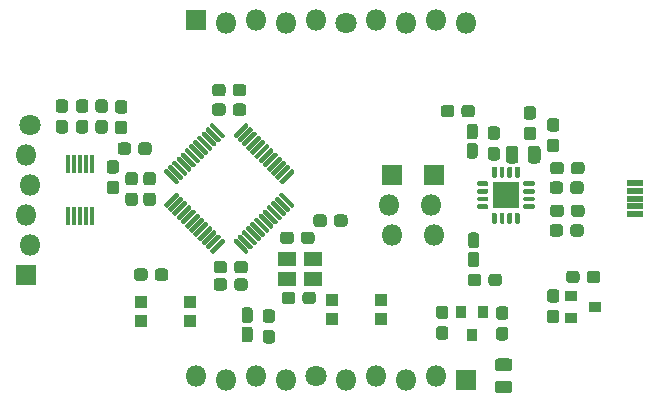
<source format=gbr>
%TF.GenerationSoftware,KiCad,Pcbnew,(5.1.6)-1*%
%TF.CreationDate,2021-01-10T19:41:06-07:00*%
%TF.ProjectId,AltoidsSmall,416c746f-6964-4735-936d-616c6c2e6b69,rev?*%
%TF.SameCoordinates,Original*%
%TF.FileFunction,Soldermask,Top*%
%TF.FilePolarity,Negative*%
%FSLAX46Y46*%
G04 Gerber Fmt 4.6, Leading zero omitted, Abs format (unit mm)*
G04 Created by KiCad (PCBNEW (5.1.6)-1) date 2021-01-10 19:41:06*
%MOMM*%
%LPD*%
G01*
G04 APERTURE LIST*
%ADD10R,1.500000X1.300000*%
%ADD11R,0.900000X1.000000*%
%ADD12R,1.000000X1.100000*%
%ADD13R,1.450000X0.500000*%
%ADD14R,0.400000X1.500000*%
%ADD15R,2.200000X2.200000*%
%ADD16C,1.800000*%
%ADD17O,1.800000X1.800000*%
%ADD18R,1.800000X1.800000*%
%ADD19R,1.000000X0.900000*%
G04 APERTURE END LIST*
%TO.C,D3*%
G36*
G01*
X158830000Y-122006500D02*
X159305000Y-122006500D01*
G75*
G02*
X159542500Y-122244000I0J-237500D01*
G01*
X159542500Y-123094000D01*
G75*
G02*
X159305000Y-123331500I-237500J0D01*
G01*
X158830000Y-123331500D01*
G75*
G02*
X158592500Y-123094000I0J237500D01*
G01*
X158592500Y-122244000D01*
G75*
G02*
X158830000Y-122006500I237500J0D01*
G01*
G37*
G36*
G01*
X158830000Y-120381500D02*
X159305000Y-120381500D01*
G75*
G02*
X159542500Y-120619000I0J-237500D01*
G01*
X159542500Y-121469000D01*
G75*
G02*
X159305000Y-121706500I-237500J0D01*
G01*
X158830000Y-121706500D01*
G75*
G02*
X158592500Y-121469000I0J237500D01*
G01*
X158592500Y-120619000D01*
G75*
G02*
X158830000Y-120381500I237500J0D01*
G01*
G37*
%TD*%
%TO.C,D2*%
G36*
G01*
X159178000Y-112499000D02*
X158703000Y-112499000D01*
G75*
G02*
X158465500Y-112261500I0J237500D01*
G01*
X158465500Y-111411500D01*
G75*
G02*
X158703000Y-111174000I237500J0D01*
G01*
X159178000Y-111174000D01*
G75*
G02*
X159415500Y-111411500I0J-237500D01*
G01*
X159415500Y-112261500D01*
G75*
G02*
X159178000Y-112499000I-237500J0D01*
G01*
G37*
G36*
G01*
X159178000Y-114124000D02*
X158703000Y-114124000D01*
G75*
G02*
X158465500Y-113886500I0J237500D01*
G01*
X158465500Y-113036500D01*
G75*
G02*
X158703000Y-112799000I237500J0D01*
G01*
X159178000Y-112799000D01*
G75*
G02*
X159415500Y-113036500I0J-237500D01*
G01*
X159415500Y-113886500D01*
G75*
G02*
X159178000Y-114124000I-237500J0D01*
G01*
G37*
%TD*%
%TO.C,D1*%
G36*
G01*
X140128000Y-128056500D02*
X139653000Y-128056500D01*
G75*
G02*
X139415500Y-127819000I0J237500D01*
G01*
X139415500Y-126969000D01*
G75*
G02*
X139653000Y-126731500I237500J0D01*
G01*
X140128000Y-126731500D01*
G75*
G02*
X140365500Y-126969000I0J-237500D01*
G01*
X140365500Y-127819000D01*
G75*
G02*
X140128000Y-128056500I-237500J0D01*
G01*
G37*
G36*
G01*
X140128000Y-129681500D02*
X139653000Y-129681500D01*
G75*
G02*
X139415500Y-129444000I0J237500D01*
G01*
X139415500Y-128594000D01*
G75*
G02*
X139653000Y-128356500I237500J0D01*
G01*
X140128000Y-128356500D01*
G75*
G02*
X140365500Y-128594000I0J-237500D01*
G01*
X140365500Y-129444000D01*
G75*
G02*
X140128000Y-129681500I-237500J0D01*
G01*
G37*
%TD*%
%TO.C,C19*%
G36*
G01*
X143845000Y-120578000D02*
X143845000Y-121103000D01*
G75*
G02*
X143582500Y-121365500I-262500J0D01*
G01*
X142957500Y-121365500D01*
G75*
G02*
X142695000Y-121103000I0J262500D01*
G01*
X142695000Y-120578000D01*
G75*
G02*
X142957500Y-120315500I262500J0D01*
G01*
X143582500Y-120315500D01*
G75*
G02*
X143845000Y-120578000I0J-262500D01*
G01*
G37*
G36*
G01*
X145595000Y-120578000D02*
X145595000Y-121103000D01*
G75*
G02*
X145332500Y-121365500I-262500J0D01*
G01*
X144707500Y-121365500D01*
G75*
G02*
X144445000Y-121103000I0J262500D01*
G01*
X144445000Y-120578000D01*
G75*
G02*
X144707500Y-120315500I262500J0D01*
G01*
X145332500Y-120315500D01*
G75*
G02*
X145595000Y-120578000I0J-262500D01*
G01*
G37*
%TD*%
D10*
%TO.C,Y1*%
X143235500Y-122657500D03*
X145435500Y-122657500D03*
X145435500Y-124357500D03*
X143235500Y-124357500D03*
%TD*%
D11*
%TO.C,U6*%
X158940500Y-129079500D03*
X157990500Y-127079500D03*
X159890500Y-127079500D03*
%TD*%
%TO.C,FB1*%
G36*
G01*
X161126250Y-132924500D02*
X162088750Y-132924500D01*
G75*
G02*
X162357500Y-133193250I0J-268750D01*
G01*
X162357500Y-133730750D01*
G75*
G02*
X162088750Y-133999500I-268750J0D01*
G01*
X161126250Y-133999500D01*
G75*
G02*
X160857500Y-133730750I0J268750D01*
G01*
X160857500Y-133193250D01*
G75*
G02*
X161126250Y-132924500I268750J0D01*
G01*
G37*
G36*
G01*
X161126250Y-131049500D02*
X162088750Y-131049500D01*
G75*
G02*
X162357500Y-131318250I0J-268750D01*
G01*
X162357500Y-131855750D01*
G75*
G02*
X162088750Y-132124500I-268750J0D01*
G01*
X161126250Y-132124500D01*
G75*
G02*
X160857500Y-131855750I0J268750D01*
G01*
X160857500Y-131318250D01*
G75*
G02*
X161126250Y-131049500I268750J0D01*
G01*
G37*
%TD*%
%TO.C,C18*%
G36*
G01*
X144572000Y-126183000D02*
X144572000Y-125658000D01*
G75*
G02*
X144834500Y-125395500I262500J0D01*
G01*
X145459500Y-125395500D01*
G75*
G02*
X145722000Y-125658000I0J-262500D01*
G01*
X145722000Y-126183000D01*
G75*
G02*
X145459500Y-126445500I-262500J0D01*
G01*
X144834500Y-126445500D01*
G75*
G02*
X144572000Y-126183000I0J262500D01*
G01*
G37*
G36*
G01*
X142822000Y-126183000D02*
X142822000Y-125658000D01*
G75*
G02*
X143084500Y-125395500I262500J0D01*
G01*
X143709500Y-125395500D01*
G75*
G02*
X143972000Y-125658000I0J-262500D01*
G01*
X143972000Y-126183000D01*
G75*
G02*
X143709500Y-126445500I-262500J0D01*
G01*
X143084500Y-126445500D01*
G75*
G02*
X142822000Y-126183000I0J262500D01*
G01*
G37*
%TD*%
%TO.C,C17*%
G36*
G01*
X156138000Y-128316000D02*
X156663000Y-128316000D01*
G75*
G02*
X156925500Y-128578500I0J-262500D01*
G01*
X156925500Y-129203500D01*
G75*
G02*
X156663000Y-129466000I-262500J0D01*
G01*
X156138000Y-129466000D01*
G75*
G02*
X155875500Y-129203500I0J262500D01*
G01*
X155875500Y-128578500D01*
G75*
G02*
X156138000Y-128316000I262500J0D01*
G01*
G37*
G36*
G01*
X156138000Y-126566000D02*
X156663000Y-126566000D01*
G75*
G02*
X156925500Y-126828500I0J-262500D01*
G01*
X156925500Y-127453500D01*
G75*
G02*
X156663000Y-127716000I-262500J0D01*
G01*
X156138000Y-127716000D01*
G75*
G02*
X155875500Y-127453500I0J262500D01*
G01*
X155875500Y-126828500D01*
G75*
G02*
X156138000Y-126566000I262500J0D01*
G01*
G37*
%TD*%
%TO.C,C16*%
G36*
G01*
X161743000Y-127779500D02*
X161218000Y-127779500D01*
G75*
G02*
X160955500Y-127517000I0J262500D01*
G01*
X160955500Y-126892000D01*
G75*
G02*
X161218000Y-126629500I262500J0D01*
G01*
X161743000Y-126629500D01*
G75*
G02*
X162005500Y-126892000I0J-262500D01*
G01*
X162005500Y-127517000D01*
G75*
G02*
X161743000Y-127779500I-262500J0D01*
G01*
G37*
G36*
G01*
X161743000Y-129529500D02*
X161218000Y-129529500D01*
G75*
G02*
X160955500Y-129267000I0J262500D01*
G01*
X160955500Y-128642000D01*
G75*
G02*
X161218000Y-128379500I262500J0D01*
G01*
X161743000Y-128379500D01*
G75*
G02*
X162005500Y-128642000I0J-262500D01*
G01*
X162005500Y-129267000D01*
G75*
G02*
X161743000Y-129529500I-262500J0D01*
G01*
G37*
%TD*%
%TO.C,C13*%
G36*
G01*
X163658500Y-114273250D02*
X163658500Y-113310750D01*
G75*
G02*
X163927250Y-113042000I268750J0D01*
G01*
X164464750Y-113042000D01*
G75*
G02*
X164733500Y-113310750I0J-268750D01*
G01*
X164733500Y-114273250D01*
G75*
G02*
X164464750Y-114542000I-268750J0D01*
G01*
X163927250Y-114542000D01*
G75*
G02*
X163658500Y-114273250I0J268750D01*
G01*
G37*
G36*
G01*
X161783500Y-114273250D02*
X161783500Y-113310750D01*
G75*
G02*
X162052250Y-113042000I268750J0D01*
G01*
X162589750Y-113042000D01*
G75*
G02*
X162858500Y-113310750I0J-268750D01*
G01*
X162858500Y-114273250D01*
G75*
G02*
X162589750Y-114542000I-268750J0D01*
G01*
X162052250Y-114542000D01*
G75*
G02*
X161783500Y-114273250I0J268750D01*
G01*
G37*
%TD*%
D12*
%TO.C,SW2*%
X147111500Y-126136500D03*
X147111500Y-127736500D03*
X151211500Y-126136500D03*
X151211500Y-127736500D03*
%TD*%
%TO.C,SW1*%
X130919000Y-126263500D03*
X130919000Y-127863500D03*
X135019000Y-126263500D03*
X135019000Y-127863500D03*
%TD*%
%TO.C,C12*%
G36*
G01*
X161044500Y-112539500D02*
X160519500Y-112539500D01*
G75*
G02*
X160257000Y-112277000I0J262500D01*
G01*
X160257000Y-111652000D01*
G75*
G02*
X160519500Y-111389500I262500J0D01*
G01*
X161044500Y-111389500D01*
G75*
G02*
X161307000Y-111652000I0J-262500D01*
G01*
X161307000Y-112277000D01*
G75*
G02*
X161044500Y-112539500I-262500J0D01*
G01*
G37*
G36*
G01*
X161044500Y-114289500D02*
X160519500Y-114289500D01*
G75*
G02*
X160257000Y-114027000I0J262500D01*
G01*
X160257000Y-113402000D01*
G75*
G02*
X160519500Y-113139500I262500J0D01*
G01*
X161044500Y-113139500D01*
G75*
G02*
X161307000Y-113402000I0J-262500D01*
G01*
X161307000Y-114027000D01*
G75*
G02*
X161044500Y-114289500I-262500J0D01*
G01*
G37*
%TD*%
D13*
%TO.C,U4*%
X172739600Y-118820000D03*
X172739600Y-117520000D03*
X172739600Y-116220000D03*
X172739600Y-118170000D03*
X172739600Y-116870000D03*
%TD*%
D14*
%TO.C,U5*%
X126730000Y-118976500D03*
X126230000Y-118976500D03*
X125730000Y-118976500D03*
X125230000Y-118976500D03*
X124730000Y-118976500D03*
X124730000Y-114576500D03*
X125230000Y-114576500D03*
X125730000Y-114576500D03*
X126230000Y-114576500D03*
X126730000Y-114576500D03*
%TD*%
D15*
%TO.C,U3*%
X161798000Y-117221000D03*
G36*
G01*
X160223000Y-118396000D02*
X159473000Y-118396000D01*
G75*
G02*
X159373000Y-118296000I0J100000D01*
G01*
X159373000Y-118096000D01*
G75*
G02*
X159473000Y-117996000I100000J0D01*
G01*
X160223000Y-117996000D01*
G75*
G02*
X160323000Y-118096000I0J-100000D01*
G01*
X160323000Y-118296000D01*
G75*
G02*
X160223000Y-118396000I-100000J0D01*
G01*
G37*
G36*
G01*
X160223000Y-117746000D02*
X159473000Y-117746000D01*
G75*
G02*
X159373000Y-117646000I0J100000D01*
G01*
X159373000Y-117446000D01*
G75*
G02*
X159473000Y-117346000I100000J0D01*
G01*
X160223000Y-117346000D01*
G75*
G02*
X160323000Y-117446000I0J-100000D01*
G01*
X160323000Y-117646000D01*
G75*
G02*
X160223000Y-117746000I-100000J0D01*
G01*
G37*
G36*
G01*
X160223000Y-117096000D02*
X159473000Y-117096000D01*
G75*
G02*
X159373000Y-116996000I0J100000D01*
G01*
X159373000Y-116796000D01*
G75*
G02*
X159473000Y-116696000I100000J0D01*
G01*
X160223000Y-116696000D01*
G75*
G02*
X160323000Y-116796000I0J-100000D01*
G01*
X160323000Y-116996000D01*
G75*
G02*
X160223000Y-117096000I-100000J0D01*
G01*
G37*
G36*
G01*
X160223000Y-116446000D02*
X159473000Y-116446000D01*
G75*
G02*
X159373000Y-116346000I0J100000D01*
G01*
X159373000Y-116146000D01*
G75*
G02*
X159473000Y-116046000I100000J0D01*
G01*
X160223000Y-116046000D01*
G75*
G02*
X160323000Y-116146000I0J-100000D01*
G01*
X160323000Y-116346000D01*
G75*
G02*
X160223000Y-116446000I-100000J0D01*
G01*
G37*
G36*
G01*
X160923000Y-115746000D02*
X160723000Y-115746000D01*
G75*
G02*
X160623000Y-115646000I0J100000D01*
G01*
X160623000Y-114896000D01*
G75*
G02*
X160723000Y-114796000I100000J0D01*
G01*
X160923000Y-114796000D01*
G75*
G02*
X161023000Y-114896000I0J-100000D01*
G01*
X161023000Y-115646000D01*
G75*
G02*
X160923000Y-115746000I-100000J0D01*
G01*
G37*
G36*
G01*
X161573000Y-115746000D02*
X161373000Y-115746000D01*
G75*
G02*
X161273000Y-115646000I0J100000D01*
G01*
X161273000Y-114896000D01*
G75*
G02*
X161373000Y-114796000I100000J0D01*
G01*
X161573000Y-114796000D01*
G75*
G02*
X161673000Y-114896000I0J-100000D01*
G01*
X161673000Y-115646000D01*
G75*
G02*
X161573000Y-115746000I-100000J0D01*
G01*
G37*
G36*
G01*
X162223000Y-115746000D02*
X162023000Y-115746000D01*
G75*
G02*
X161923000Y-115646000I0J100000D01*
G01*
X161923000Y-114896000D01*
G75*
G02*
X162023000Y-114796000I100000J0D01*
G01*
X162223000Y-114796000D01*
G75*
G02*
X162323000Y-114896000I0J-100000D01*
G01*
X162323000Y-115646000D01*
G75*
G02*
X162223000Y-115746000I-100000J0D01*
G01*
G37*
G36*
G01*
X162873000Y-115746000D02*
X162673000Y-115746000D01*
G75*
G02*
X162573000Y-115646000I0J100000D01*
G01*
X162573000Y-114896000D01*
G75*
G02*
X162673000Y-114796000I100000J0D01*
G01*
X162873000Y-114796000D01*
G75*
G02*
X162973000Y-114896000I0J-100000D01*
G01*
X162973000Y-115646000D01*
G75*
G02*
X162873000Y-115746000I-100000J0D01*
G01*
G37*
G36*
G01*
X164123000Y-116446000D02*
X163373000Y-116446000D01*
G75*
G02*
X163273000Y-116346000I0J100000D01*
G01*
X163273000Y-116146000D01*
G75*
G02*
X163373000Y-116046000I100000J0D01*
G01*
X164123000Y-116046000D01*
G75*
G02*
X164223000Y-116146000I0J-100000D01*
G01*
X164223000Y-116346000D01*
G75*
G02*
X164123000Y-116446000I-100000J0D01*
G01*
G37*
G36*
G01*
X164123000Y-117096000D02*
X163373000Y-117096000D01*
G75*
G02*
X163273000Y-116996000I0J100000D01*
G01*
X163273000Y-116796000D01*
G75*
G02*
X163373000Y-116696000I100000J0D01*
G01*
X164123000Y-116696000D01*
G75*
G02*
X164223000Y-116796000I0J-100000D01*
G01*
X164223000Y-116996000D01*
G75*
G02*
X164123000Y-117096000I-100000J0D01*
G01*
G37*
G36*
G01*
X164123000Y-117746000D02*
X163373000Y-117746000D01*
G75*
G02*
X163273000Y-117646000I0J100000D01*
G01*
X163273000Y-117446000D01*
G75*
G02*
X163373000Y-117346000I100000J0D01*
G01*
X164123000Y-117346000D01*
G75*
G02*
X164223000Y-117446000I0J-100000D01*
G01*
X164223000Y-117646000D01*
G75*
G02*
X164123000Y-117746000I-100000J0D01*
G01*
G37*
G36*
G01*
X164123000Y-118396000D02*
X163373000Y-118396000D01*
G75*
G02*
X163273000Y-118296000I0J100000D01*
G01*
X163273000Y-118096000D01*
G75*
G02*
X163373000Y-117996000I100000J0D01*
G01*
X164123000Y-117996000D01*
G75*
G02*
X164223000Y-118096000I0J-100000D01*
G01*
X164223000Y-118296000D01*
G75*
G02*
X164123000Y-118396000I-100000J0D01*
G01*
G37*
G36*
G01*
X162873000Y-119646000D02*
X162673000Y-119646000D01*
G75*
G02*
X162573000Y-119546000I0J100000D01*
G01*
X162573000Y-118796000D01*
G75*
G02*
X162673000Y-118696000I100000J0D01*
G01*
X162873000Y-118696000D01*
G75*
G02*
X162973000Y-118796000I0J-100000D01*
G01*
X162973000Y-119546000D01*
G75*
G02*
X162873000Y-119646000I-100000J0D01*
G01*
G37*
G36*
G01*
X162223000Y-119646000D02*
X162023000Y-119646000D01*
G75*
G02*
X161923000Y-119546000I0J100000D01*
G01*
X161923000Y-118796000D01*
G75*
G02*
X162023000Y-118696000I100000J0D01*
G01*
X162223000Y-118696000D01*
G75*
G02*
X162323000Y-118796000I0J-100000D01*
G01*
X162323000Y-119546000D01*
G75*
G02*
X162223000Y-119646000I-100000J0D01*
G01*
G37*
G36*
G01*
X161573000Y-119646000D02*
X161373000Y-119646000D01*
G75*
G02*
X161273000Y-119546000I0J100000D01*
G01*
X161273000Y-118796000D01*
G75*
G02*
X161373000Y-118696000I100000J0D01*
G01*
X161573000Y-118696000D01*
G75*
G02*
X161673000Y-118796000I0J-100000D01*
G01*
X161673000Y-119546000D01*
G75*
G02*
X161573000Y-119646000I-100000J0D01*
G01*
G37*
G36*
G01*
X160923000Y-119646000D02*
X160723000Y-119646000D01*
G75*
G02*
X160623000Y-119546000I0J100000D01*
G01*
X160623000Y-118796000D01*
G75*
G02*
X160723000Y-118696000I100000J0D01*
G01*
X160923000Y-118696000D01*
G75*
G02*
X161023000Y-118796000I0J-100000D01*
G01*
X161023000Y-119546000D01*
G75*
G02*
X160923000Y-119646000I-100000J0D01*
G01*
G37*
%TD*%
%TO.C,R12*%
G36*
G01*
X126183000Y-110253500D02*
X125658000Y-110253500D01*
G75*
G02*
X125395500Y-109991000I0J262500D01*
G01*
X125395500Y-109366000D01*
G75*
G02*
X125658000Y-109103500I262500J0D01*
G01*
X126183000Y-109103500D01*
G75*
G02*
X126445500Y-109366000I0J-262500D01*
G01*
X126445500Y-109991000D01*
G75*
G02*
X126183000Y-110253500I-262500J0D01*
G01*
G37*
G36*
G01*
X126183000Y-112003500D02*
X125658000Y-112003500D01*
G75*
G02*
X125395500Y-111741000I0J262500D01*
G01*
X125395500Y-111116000D01*
G75*
G02*
X125658000Y-110853500I262500J0D01*
G01*
X126183000Y-110853500D01*
G75*
G02*
X126445500Y-111116000I0J-262500D01*
G01*
X126445500Y-111741000D01*
G75*
G02*
X126183000Y-112003500I-262500J0D01*
G01*
G37*
%TD*%
%TO.C,R11*%
G36*
G01*
X123943500Y-110853500D02*
X124468500Y-110853500D01*
G75*
G02*
X124731000Y-111116000I0J-262500D01*
G01*
X124731000Y-111741000D01*
G75*
G02*
X124468500Y-112003500I-262500J0D01*
G01*
X123943500Y-112003500D01*
G75*
G02*
X123681000Y-111741000I0J262500D01*
G01*
X123681000Y-111116000D01*
G75*
G02*
X123943500Y-110853500I262500J0D01*
G01*
G37*
G36*
G01*
X123943500Y-109103500D02*
X124468500Y-109103500D01*
G75*
G02*
X124731000Y-109366000I0J-262500D01*
G01*
X124731000Y-109991000D01*
G75*
G02*
X124468500Y-110253500I-262500J0D01*
G01*
X123943500Y-110253500D01*
G75*
G02*
X123681000Y-109991000I0J262500D01*
G01*
X123681000Y-109366000D01*
G75*
G02*
X123943500Y-109103500I262500J0D01*
G01*
G37*
%TD*%
%TO.C,R10*%
G36*
G01*
X159720000Y-124134000D02*
X159720000Y-124659000D01*
G75*
G02*
X159457500Y-124921500I-262500J0D01*
G01*
X158832500Y-124921500D01*
G75*
G02*
X158570000Y-124659000I0J262500D01*
G01*
X158570000Y-124134000D01*
G75*
G02*
X158832500Y-123871500I262500J0D01*
G01*
X159457500Y-123871500D01*
G75*
G02*
X159720000Y-124134000I0J-262500D01*
G01*
G37*
G36*
G01*
X161470000Y-124134000D02*
X161470000Y-124659000D01*
G75*
G02*
X161207500Y-124921500I-262500J0D01*
G01*
X160582500Y-124921500D01*
G75*
G02*
X160320000Y-124659000I0J262500D01*
G01*
X160320000Y-124134000D01*
G75*
G02*
X160582500Y-123871500I262500J0D01*
G01*
X161207500Y-123871500D01*
G75*
G02*
X161470000Y-124134000I0J-262500D01*
G01*
G37*
%TD*%
%TO.C,R9*%
G36*
G01*
X158034000Y-110371500D02*
X158034000Y-109846500D01*
G75*
G02*
X158296500Y-109584000I262500J0D01*
G01*
X158921500Y-109584000D01*
G75*
G02*
X159184000Y-109846500I0J-262500D01*
G01*
X159184000Y-110371500D01*
G75*
G02*
X158921500Y-110634000I-262500J0D01*
G01*
X158296500Y-110634000D01*
G75*
G02*
X158034000Y-110371500I0J262500D01*
G01*
G37*
G36*
G01*
X156284000Y-110371500D02*
X156284000Y-109846500D01*
G75*
G02*
X156546500Y-109584000I262500J0D01*
G01*
X157171500Y-109584000D01*
G75*
G02*
X157434000Y-109846500I0J-262500D01*
G01*
X157434000Y-110371500D01*
G75*
G02*
X157171500Y-110634000I-262500J0D01*
G01*
X156546500Y-110634000D01*
G75*
G02*
X156284000Y-110371500I0J262500D01*
G01*
G37*
%TD*%
%TO.C,R8*%
G36*
G01*
X167241500Y-116848500D02*
X167241500Y-116323500D01*
G75*
G02*
X167504000Y-116061000I262500J0D01*
G01*
X168129000Y-116061000D01*
G75*
G02*
X168391500Y-116323500I0J-262500D01*
G01*
X168391500Y-116848500D01*
G75*
G02*
X168129000Y-117111000I-262500J0D01*
G01*
X167504000Y-117111000D01*
G75*
G02*
X167241500Y-116848500I0J262500D01*
G01*
G37*
G36*
G01*
X165491500Y-116848500D02*
X165491500Y-116323500D01*
G75*
G02*
X165754000Y-116061000I262500J0D01*
G01*
X166379000Y-116061000D01*
G75*
G02*
X166641500Y-116323500I0J-262500D01*
G01*
X166641500Y-116848500D01*
G75*
G02*
X166379000Y-117111000I-262500J0D01*
G01*
X165754000Y-117111000D01*
G75*
G02*
X165491500Y-116848500I0J262500D01*
G01*
G37*
%TD*%
%TO.C,R7*%
G36*
G01*
X167305000Y-118817000D02*
X167305000Y-118292000D01*
G75*
G02*
X167567500Y-118029500I262500J0D01*
G01*
X168192500Y-118029500D01*
G75*
G02*
X168455000Y-118292000I0J-262500D01*
G01*
X168455000Y-118817000D01*
G75*
G02*
X168192500Y-119079500I-262500J0D01*
G01*
X167567500Y-119079500D01*
G75*
G02*
X167305000Y-118817000I0J262500D01*
G01*
G37*
G36*
G01*
X165555000Y-118817000D02*
X165555000Y-118292000D01*
G75*
G02*
X165817500Y-118029500I262500J0D01*
G01*
X166442500Y-118029500D01*
G75*
G02*
X166705000Y-118292000I0J-262500D01*
G01*
X166705000Y-118817000D01*
G75*
G02*
X166442500Y-119079500I-262500J0D01*
G01*
X165817500Y-119079500D01*
G75*
G02*
X165555000Y-118817000I0J262500D01*
G01*
G37*
%TD*%
%TO.C,R6*%
G36*
G01*
X164092500Y-110825000D02*
X163567500Y-110825000D01*
G75*
G02*
X163305000Y-110562500I0J262500D01*
G01*
X163305000Y-109937500D01*
G75*
G02*
X163567500Y-109675000I262500J0D01*
G01*
X164092500Y-109675000D01*
G75*
G02*
X164355000Y-109937500I0J-262500D01*
G01*
X164355000Y-110562500D01*
G75*
G02*
X164092500Y-110825000I-262500J0D01*
G01*
G37*
G36*
G01*
X164092500Y-112575000D02*
X163567500Y-112575000D01*
G75*
G02*
X163305000Y-112312500I0J262500D01*
G01*
X163305000Y-111687500D01*
G75*
G02*
X163567500Y-111425000I262500J0D01*
G01*
X164092500Y-111425000D01*
G75*
G02*
X164355000Y-111687500I0J-262500D01*
G01*
X164355000Y-112312500D01*
G75*
G02*
X164092500Y-112575000I-262500J0D01*
G01*
G37*
%TD*%
D16*
%TO.C,J5*%
X121500900Y-111312000D03*
D17*
X121196100Y-113852000D03*
D18*
X121196100Y-124012000D03*
D17*
X121500900Y-116392000D03*
X121196100Y-118932000D03*
X121500900Y-121472000D03*
%TD*%
%TO.C,C15*%
G36*
G01*
X130665500Y-113546500D02*
X130665500Y-113021500D01*
G75*
G02*
X130928000Y-112759000I262500J0D01*
G01*
X131553000Y-112759000D01*
G75*
G02*
X131815500Y-113021500I0J-262500D01*
G01*
X131815500Y-113546500D01*
G75*
G02*
X131553000Y-113809000I-262500J0D01*
G01*
X130928000Y-113809000D01*
G75*
G02*
X130665500Y-113546500I0J262500D01*
G01*
G37*
G36*
G01*
X128915500Y-113546500D02*
X128915500Y-113021500D01*
G75*
G02*
X129178000Y-112759000I262500J0D01*
G01*
X129803000Y-112759000D01*
G75*
G02*
X130065500Y-113021500I0J-262500D01*
G01*
X130065500Y-113546500D01*
G75*
G02*
X129803000Y-113809000I-262500J0D01*
G01*
X129178000Y-113809000D01*
G75*
G02*
X128915500Y-113546500I0J262500D01*
G01*
G37*
%TD*%
%TO.C,C14*%
G36*
G01*
X128261500Y-115997000D02*
X128786500Y-115997000D01*
G75*
G02*
X129049000Y-116259500I0J-262500D01*
G01*
X129049000Y-116884500D01*
G75*
G02*
X128786500Y-117147000I-262500J0D01*
G01*
X128261500Y-117147000D01*
G75*
G02*
X127999000Y-116884500I0J262500D01*
G01*
X127999000Y-116259500D01*
G75*
G02*
X128261500Y-115997000I262500J0D01*
G01*
G37*
G36*
G01*
X128261500Y-114247000D02*
X128786500Y-114247000D01*
G75*
G02*
X129049000Y-114509500I0J-262500D01*
G01*
X129049000Y-115134500D01*
G75*
G02*
X128786500Y-115397000I-262500J0D01*
G01*
X128261500Y-115397000D01*
G75*
G02*
X127999000Y-115134500I0J262500D01*
G01*
X127999000Y-114509500D01*
G75*
G02*
X128261500Y-114247000I262500J0D01*
G01*
G37*
%TD*%
%TO.C,C11*%
G36*
G01*
X166705000Y-114672500D02*
X166705000Y-115197500D01*
G75*
G02*
X166442500Y-115460000I-262500J0D01*
G01*
X165817500Y-115460000D01*
G75*
G02*
X165555000Y-115197500I0J262500D01*
G01*
X165555000Y-114672500D01*
G75*
G02*
X165817500Y-114410000I262500J0D01*
G01*
X166442500Y-114410000D01*
G75*
G02*
X166705000Y-114672500I0J-262500D01*
G01*
G37*
G36*
G01*
X168455000Y-114672500D02*
X168455000Y-115197500D01*
G75*
G02*
X168192500Y-115460000I-262500J0D01*
G01*
X167567500Y-115460000D01*
G75*
G02*
X167305000Y-115197500I0J262500D01*
G01*
X167305000Y-114672500D01*
G75*
G02*
X167567500Y-114410000I262500J0D01*
G01*
X168192500Y-114410000D01*
G75*
G02*
X168455000Y-114672500I0J-262500D01*
G01*
G37*
%TD*%
%TO.C,C10*%
G36*
G01*
X166641500Y-119943000D02*
X166641500Y-120468000D01*
G75*
G02*
X166379000Y-120730500I-262500J0D01*
G01*
X165754000Y-120730500D01*
G75*
G02*
X165491500Y-120468000I0J262500D01*
G01*
X165491500Y-119943000D01*
G75*
G02*
X165754000Y-119680500I262500J0D01*
G01*
X166379000Y-119680500D01*
G75*
G02*
X166641500Y-119943000I0J-262500D01*
G01*
G37*
G36*
G01*
X168391500Y-119943000D02*
X168391500Y-120468000D01*
G75*
G02*
X168129000Y-120730500I-262500J0D01*
G01*
X167504000Y-120730500D01*
G75*
G02*
X167241500Y-120468000I0J262500D01*
G01*
X167241500Y-119943000D01*
G75*
G02*
X167504000Y-119680500I262500J0D01*
G01*
X168129000Y-119680500D01*
G75*
G02*
X168391500Y-119943000I0J-262500D01*
G01*
G37*
%TD*%
%TO.C,C9*%
G36*
G01*
X166061000Y-111841000D02*
X165536000Y-111841000D01*
G75*
G02*
X165273500Y-111578500I0J262500D01*
G01*
X165273500Y-110953500D01*
G75*
G02*
X165536000Y-110691000I262500J0D01*
G01*
X166061000Y-110691000D01*
G75*
G02*
X166323500Y-110953500I0J-262500D01*
G01*
X166323500Y-111578500D01*
G75*
G02*
X166061000Y-111841000I-262500J0D01*
G01*
G37*
G36*
G01*
X166061000Y-113591000D02*
X165536000Y-113591000D01*
G75*
G02*
X165273500Y-113328500I0J262500D01*
G01*
X165273500Y-112703500D01*
G75*
G02*
X165536000Y-112441000I262500J0D01*
G01*
X166061000Y-112441000D01*
G75*
G02*
X166323500Y-112703500I0J-262500D01*
G01*
X166323500Y-113328500D01*
G75*
G02*
X166061000Y-113591000I-262500J0D01*
G01*
G37*
%TD*%
D18*
%TO.C,J4*%
X155752800Y-115490001D03*
D17*
X155752800Y-120570001D03*
X155448000Y-118030001D03*
%TD*%
D18*
%TO.C,J3*%
X152172901Y-115490001D03*
D17*
X152172901Y-120570001D03*
X151868101Y-118030001D03*
%TD*%
%TO.C,C8*%
G36*
G01*
X131373000Y-116999000D02*
X131898000Y-116999000D01*
G75*
G02*
X132160500Y-117261500I0J-262500D01*
G01*
X132160500Y-117886500D01*
G75*
G02*
X131898000Y-118149000I-262500J0D01*
G01*
X131373000Y-118149000D01*
G75*
G02*
X131110500Y-117886500I0J262500D01*
G01*
X131110500Y-117261500D01*
G75*
G02*
X131373000Y-116999000I262500J0D01*
G01*
G37*
G36*
G01*
X131373000Y-115249000D02*
X131898000Y-115249000D01*
G75*
G02*
X132160500Y-115511500I0J-262500D01*
G01*
X132160500Y-116136500D01*
G75*
G02*
X131898000Y-116399000I-262500J0D01*
G01*
X131373000Y-116399000D01*
G75*
G02*
X131110500Y-116136500I0J262500D01*
G01*
X131110500Y-115511500D01*
G75*
G02*
X131373000Y-115249000I262500J0D01*
G01*
G37*
%TD*%
%TO.C,C6*%
G36*
G01*
X138193500Y-124515000D02*
X138193500Y-125040000D01*
G75*
G02*
X137931000Y-125302500I-262500J0D01*
G01*
X137306000Y-125302500D01*
G75*
G02*
X137043500Y-125040000I0J262500D01*
G01*
X137043500Y-124515000D01*
G75*
G02*
X137306000Y-124252500I262500J0D01*
G01*
X137931000Y-124252500D01*
G75*
G02*
X138193500Y-124515000I0J-262500D01*
G01*
G37*
G36*
G01*
X139943500Y-124515000D02*
X139943500Y-125040000D01*
G75*
G02*
X139681000Y-125302500I-262500J0D01*
G01*
X139056000Y-125302500D01*
G75*
G02*
X138793500Y-125040000I0J262500D01*
G01*
X138793500Y-124515000D01*
G75*
G02*
X139056000Y-124252500I262500J0D01*
G01*
X139681000Y-124252500D01*
G75*
G02*
X139943500Y-124515000I0J-262500D01*
G01*
G37*
%TD*%
%TO.C,J2*%
X135569000Y-132562600D03*
X143189000Y-132867400D03*
X140649000Y-132562600D03*
X138109000Y-132867400D03*
D16*
X145729000Y-132562600D03*
D17*
X148269000Y-132867400D03*
D18*
X158429000Y-132867400D03*
D17*
X150809000Y-132562600D03*
X153349000Y-132867400D03*
X155889000Y-132562600D03*
%TD*%
%TO.C,J1*%
X158432500Y-102679500D03*
X150812500Y-102374700D03*
X153352500Y-102679500D03*
X155892500Y-102374700D03*
D16*
X148272500Y-102679500D03*
D17*
X145732500Y-102374700D03*
D18*
X135572500Y-102374700D03*
D17*
X143192500Y-102679500D03*
X140652500Y-102374700D03*
X138112500Y-102679500D03*
%TD*%
%TO.C,U2*%
G36*
G01*
X137995269Y-121192661D02*
X137022998Y-122164934D01*
G75*
G02*
X136881576Y-122164934I-70711J70711D01*
G01*
X136740154Y-122023512D01*
G75*
G02*
X136740154Y-121882090I70711J70711D01*
G01*
X137712426Y-120909818D01*
G75*
G02*
X137853848Y-120909818I70711J-70711D01*
G01*
X137995270Y-121051240D01*
G75*
G02*
X137995270Y-121192662I-70711J-70711D01*
G01*
G37*
G36*
G01*
X137641715Y-120839107D02*
X136669444Y-121811380D01*
G75*
G02*
X136528022Y-121811380I-70711J70711D01*
G01*
X136386600Y-121669958D01*
G75*
G02*
X136386600Y-121528536I70711J70711D01*
G01*
X137358872Y-120556264D01*
G75*
G02*
X137500294Y-120556264I70711J-70711D01*
G01*
X137641716Y-120697686D01*
G75*
G02*
X137641716Y-120839108I-70711J-70711D01*
G01*
G37*
G36*
G01*
X137288162Y-120485554D02*
X136315891Y-121457827D01*
G75*
G02*
X136174469Y-121457827I-70711J70711D01*
G01*
X136033047Y-121316405D01*
G75*
G02*
X136033047Y-121174983I70711J70711D01*
G01*
X137005319Y-120202711D01*
G75*
G02*
X137146741Y-120202711I70711J-70711D01*
G01*
X137288163Y-120344133D01*
G75*
G02*
X137288163Y-120485555I-70711J-70711D01*
G01*
G37*
G36*
G01*
X136934608Y-120132000D02*
X135962337Y-121104273D01*
G75*
G02*
X135820915Y-121104273I-70711J70711D01*
G01*
X135679493Y-120962851D01*
G75*
G02*
X135679493Y-120821429I70711J70711D01*
G01*
X136651765Y-119849157D01*
G75*
G02*
X136793187Y-119849157I70711J-70711D01*
G01*
X136934609Y-119990579D01*
G75*
G02*
X136934609Y-120132001I-70711J-70711D01*
G01*
G37*
G36*
G01*
X136581055Y-119778447D02*
X135608784Y-120750720D01*
G75*
G02*
X135467362Y-120750720I-70711J70711D01*
G01*
X135325940Y-120609298D01*
G75*
G02*
X135325940Y-120467876I70711J70711D01*
G01*
X136298212Y-119495604D01*
G75*
G02*
X136439634Y-119495604I70711J-70711D01*
G01*
X136581056Y-119637026D01*
G75*
G02*
X136581056Y-119778448I-70711J-70711D01*
G01*
G37*
G36*
G01*
X136227502Y-119424894D02*
X135255231Y-120397167D01*
G75*
G02*
X135113809Y-120397167I-70711J70711D01*
G01*
X134972387Y-120255745D01*
G75*
G02*
X134972387Y-120114323I70711J70711D01*
G01*
X135944659Y-119142051D01*
G75*
G02*
X136086081Y-119142051I70711J-70711D01*
G01*
X136227503Y-119283473D01*
G75*
G02*
X136227503Y-119424895I-70711J-70711D01*
G01*
G37*
G36*
G01*
X135873948Y-119071340D02*
X134901677Y-120043613D01*
G75*
G02*
X134760255Y-120043613I-70711J70711D01*
G01*
X134618833Y-119902191D01*
G75*
G02*
X134618833Y-119760769I70711J70711D01*
G01*
X135591105Y-118788497D01*
G75*
G02*
X135732527Y-118788497I70711J-70711D01*
G01*
X135873949Y-118929919D01*
G75*
G02*
X135873949Y-119071341I-70711J-70711D01*
G01*
G37*
G36*
G01*
X135520395Y-118717787D02*
X134548124Y-119690060D01*
G75*
G02*
X134406702Y-119690060I-70711J70711D01*
G01*
X134265280Y-119548638D01*
G75*
G02*
X134265280Y-119407216I70711J70711D01*
G01*
X135237552Y-118434944D01*
G75*
G02*
X135378974Y-118434944I70711J-70711D01*
G01*
X135520396Y-118576366D01*
G75*
G02*
X135520396Y-118717788I-70711J-70711D01*
G01*
G37*
G36*
G01*
X135166842Y-118364234D02*
X134194571Y-119336507D01*
G75*
G02*
X134053149Y-119336507I-70711J70711D01*
G01*
X133911727Y-119195085D01*
G75*
G02*
X133911727Y-119053663I70711J70711D01*
G01*
X134883999Y-118081391D01*
G75*
G02*
X135025421Y-118081391I70711J-70711D01*
G01*
X135166843Y-118222813D01*
G75*
G02*
X135166843Y-118364235I-70711J-70711D01*
G01*
G37*
G36*
G01*
X134813288Y-118010680D02*
X133841017Y-118982953D01*
G75*
G02*
X133699595Y-118982953I-70711J70711D01*
G01*
X133558173Y-118841531D01*
G75*
G02*
X133558173Y-118700109I70711J70711D01*
G01*
X134530445Y-117727837D01*
G75*
G02*
X134671867Y-117727837I70711J-70711D01*
G01*
X134813289Y-117869259D01*
G75*
G02*
X134813289Y-118010681I-70711J-70711D01*
G01*
G37*
G36*
G01*
X134459735Y-117657127D02*
X133487464Y-118629400D01*
G75*
G02*
X133346042Y-118629400I-70711J70711D01*
G01*
X133204620Y-118487978D01*
G75*
G02*
X133204620Y-118346556I70711J70711D01*
G01*
X134176892Y-117374284D01*
G75*
G02*
X134318314Y-117374284I70711J-70711D01*
G01*
X134459736Y-117515706D01*
G75*
G02*
X134459736Y-117657128I-70711J-70711D01*
G01*
G37*
G36*
G01*
X134106181Y-117303573D02*
X133133910Y-118275846D01*
G75*
G02*
X132992488Y-118275846I-70711J70711D01*
G01*
X132851066Y-118134424D01*
G75*
G02*
X132851066Y-117993002I70711J70711D01*
G01*
X133823338Y-117020730D01*
G75*
G02*
X133964760Y-117020730I70711J-70711D01*
G01*
X134106182Y-117162152D01*
G75*
G02*
X134106182Y-117303574I-70711J-70711D01*
G01*
G37*
G36*
G01*
X134106181Y-116136848D02*
X133964760Y-116278270D01*
G75*
G02*
X133823338Y-116278270I-70711J70711D01*
G01*
X132851066Y-115305998D01*
G75*
G02*
X132851066Y-115164576I70711J70711D01*
G01*
X132992488Y-115023154D01*
G75*
G02*
X133133910Y-115023154I70711J-70711D01*
G01*
X134106182Y-115995426D01*
G75*
G02*
X134106182Y-116136848I-70711J-70711D01*
G01*
G37*
G36*
G01*
X134459735Y-115783294D02*
X134318314Y-115924716D01*
G75*
G02*
X134176892Y-115924716I-70711J70711D01*
G01*
X133204620Y-114952444D01*
G75*
G02*
X133204620Y-114811022I70711J70711D01*
G01*
X133346042Y-114669600D01*
G75*
G02*
X133487464Y-114669600I70711J-70711D01*
G01*
X134459736Y-115641872D01*
G75*
G02*
X134459736Y-115783294I-70711J-70711D01*
G01*
G37*
G36*
G01*
X134813288Y-115429741D02*
X134671867Y-115571163D01*
G75*
G02*
X134530445Y-115571163I-70711J70711D01*
G01*
X133558173Y-114598891D01*
G75*
G02*
X133558173Y-114457469I70711J70711D01*
G01*
X133699595Y-114316047D01*
G75*
G02*
X133841017Y-114316047I70711J-70711D01*
G01*
X134813289Y-115288319D01*
G75*
G02*
X134813289Y-115429741I-70711J-70711D01*
G01*
G37*
G36*
G01*
X135166842Y-115076187D02*
X135025421Y-115217609D01*
G75*
G02*
X134883999Y-115217609I-70711J70711D01*
G01*
X133911727Y-114245337D01*
G75*
G02*
X133911727Y-114103915I70711J70711D01*
G01*
X134053149Y-113962493D01*
G75*
G02*
X134194571Y-113962493I70711J-70711D01*
G01*
X135166843Y-114934765D01*
G75*
G02*
X135166843Y-115076187I-70711J-70711D01*
G01*
G37*
G36*
G01*
X135520395Y-114722634D02*
X135378974Y-114864056D01*
G75*
G02*
X135237552Y-114864056I-70711J70711D01*
G01*
X134265280Y-113891784D01*
G75*
G02*
X134265280Y-113750362I70711J70711D01*
G01*
X134406702Y-113608940D01*
G75*
G02*
X134548124Y-113608940I70711J-70711D01*
G01*
X135520396Y-114581212D01*
G75*
G02*
X135520396Y-114722634I-70711J-70711D01*
G01*
G37*
G36*
G01*
X135873948Y-114369081D02*
X135732527Y-114510503D01*
G75*
G02*
X135591105Y-114510503I-70711J70711D01*
G01*
X134618833Y-113538231D01*
G75*
G02*
X134618833Y-113396809I70711J70711D01*
G01*
X134760255Y-113255387D01*
G75*
G02*
X134901677Y-113255387I70711J-70711D01*
G01*
X135873949Y-114227659D01*
G75*
G02*
X135873949Y-114369081I-70711J-70711D01*
G01*
G37*
G36*
G01*
X136227502Y-114015527D02*
X136086081Y-114156949D01*
G75*
G02*
X135944659Y-114156949I-70711J70711D01*
G01*
X134972387Y-113184677D01*
G75*
G02*
X134972387Y-113043255I70711J70711D01*
G01*
X135113809Y-112901833D01*
G75*
G02*
X135255231Y-112901833I70711J-70711D01*
G01*
X136227503Y-113874105D01*
G75*
G02*
X136227503Y-114015527I-70711J-70711D01*
G01*
G37*
G36*
G01*
X136581055Y-113661974D02*
X136439634Y-113803396D01*
G75*
G02*
X136298212Y-113803396I-70711J70711D01*
G01*
X135325940Y-112831124D01*
G75*
G02*
X135325940Y-112689702I70711J70711D01*
G01*
X135467362Y-112548280D01*
G75*
G02*
X135608784Y-112548280I70711J-70711D01*
G01*
X136581056Y-113520552D01*
G75*
G02*
X136581056Y-113661974I-70711J-70711D01*
G01*
G37*
G36*
G01*
X136934608Y-113308421D02*
X136793187Y-113449843D01*
G75*
G02*
X136651765Y-113449843I-70711J70711D01*
G01*
X135679493Y-112477571D01*
G75*
G02*
X135679493Y-112336149I70711J70711D01*
G01*
X135820915Y-112194727D01*
G75*
G02*
X135962337Y-112194727I70711J-70711D01*
G01*
X136934609Y-113166999D01*
G75*
G02*
X136934609Y-113308421I-70711J-70711D01*
G01*
G37*
G36*
G01*
X137288162Y-112954867D02*
X137146741Y-113096289D01*
G75*
G02*
X137005319Y-113096289I-70711J70711D01*
G01*
X136033047Y-112124017D01*
G75*
G02*
X136033047Y-111982595I70711J70711D01*
G01*
X136174469Y-111841173D01*
G75*
G02*
X136315891Y-111841173I70711J-70711D01*
G01*
X137288163Y-112813445D01*
G75*
G02*
X137288163Y-112954867I-70711J-70711D01*
G01*
G37*
G36*
G01*
X137641715Y-112601314D02*
X137500294Y-112742736D01*
G75*
G02*
X137358872Y-112742736I-70711J70711D01*
G01*
X136386600Y-111770464D01*
G75*
G02*
X136386600Y-111629042I70711J70711D01*
G01*
X136528022Y-111487620D01*
G75*
G02*
X136669444Y-111487620I70711J-70711D01*
G01*
X137641716Y-112459892D01*
G75*
G02*
X137641716Y-112601314I-70711J-70711D01*
G01*
G37*
G36*
G01*
X137995269Y-112247760D02*
X137853848Y-112389182D01*
G75*
G02*
X137712426Y-112389182I-70711J70711D01*
G01*
X136740154Y-111416910D01*
G75*
G02*
X136740154Y-111275488I70711J70711D01*
G01*
X136881576Y-111134066D01*
G75*
G02*
X137022998Y-111134066I70711J-70711D01*
G01*
X137995270Y-112106338D01*
G75*
G02*
X137995270Y-112247760I-70711J-70711D01*
G01*
G37*
G36*
G01*
X139992845Y-111416909D02*
X139020574Y-112389182D01*
G75*
G02*
X138879152Y-112389182I-70711J70711D01*
G01*
X138737730Y-112247760D01*
G75*
G02*
X138737730Y-112106338I70711J70711D01*
G01*
X139710002Y-111134066D01*
G75*
G02*
X139851424Y-111134066I70711J-70711D01*
G01*
X139992846Y-111275488D01*
G75*
G02*
X139992846Y-111416910I-70711J-70711D01*
G01*
G37*
G36*
G01*
X140346399Y-111770463D02*
X139374128Y-112742736D01*
G75*
G02*
X139232706Y-112742736I-70711J70711D01*
G01*
X139091284Y-112601314D01*
G75*
G02*
X139091284Y-112459892I70711J70711D01*
G01*
X140063556Y-111487620D01*
G75*
G02*
X140204978Y-111487620I70711J-70711D01*
G01*
X140346400Y-111629042D01*
G75*
G02*
X140346400Y-111770464I-70711J-70711D01*
G01*
G37*
G36*
G01*
X140699952Y-112124016D02*
X139727681Y-113096289D01*
G75*
G02*
X139586259Y-113096289I-70711J70711D01*
G01*
X139444837Y-112954867D01*
G75*
G02*
X139444837Y-112813445I70711J70711D01*
G01*
X140417109Y-111841173D01*
G75*
G02*
X140558531Y-111841173I70711J-70711D01*
G01*
X140699953Y-111982595D01*
G75*
G02*
X140699953Y-112124017I-70711J-70711D01*
G01*
G37*
G36*
G01*
X141053506Y-112477570D02*
X140081235Y-113449843D01*
G75*
G02*
X139939813Y-113449843I-70711J70711D01*
G01*
X139798391Y-113308421D01*
G75*
G02*
X139798391Y-113166999I70711J70711D01*
G01*
X140770663Y-112194727D01*
G75*
G02*
X140912085Y-112194727I70711J-70711D01*
G01*
X141053507Y-112336149D01*
G75*
G02*
X141053507Y-112477571I-70711J-70711D01*
G01*
G37*
G36*
G01*
X141407059Y-112831123D02*
X140434788Y-113803396D01*
G75*
G02*
X140293366Y-113803396I-70711J70711D01*
G01*
X140151944Y-113661974D01*
G75*
G02*
X140151944Y-113520552I70711J70711D01*
G01*
X141124216Y-112548280D01*
G75*
G02*
X141265638Y-112548280I70711J-70711D01*
G01*
X141407060Y-112689702D01*
G75*
G02*
X141407060Y-112831124I-70711J-70711D01*
G01*
G37*
G36*
G01*
X141760612Y-113184676D02*
X140788341Y-114156949D01*
G75*
G02*
X140646919Y-114156949I-70711J70711D01*
G01*
X140505497Y-114015527D01*
G75*
G02*
X140505497Y-113874105I70711J70711D01*
G01*
X141477769Y-112901833D01*
G75*
G02*
X141619191Y-112901833I70711J-70711D01*
G01*
X141760613Y-113043255D01*
G75*
G02*
X141760613Y-113184677I-70711J-70711D01*
G01*
G37*
G36*
G01*
X142114166Y-113538230D02*
X141141895Y-114510503D01*
G75*
G02*
X141000473Y-114510503I-70711J70711D01*
G01*
X140859051Y-114369081D01*
G75*
G02*
X140859051Y-114227659I70711J70711D01*
G01*
X141831323Y-113255387D01*
G75*
G02*
X141972745Y-113255387I70711J-70711D01*
G01*
X142114167Y-113396809D01*
G75*
G02*
X142114167Y-113538231I-70711J-70711D01*
G01*
G37*
G36*
G01*
X142467719Y-113891783D02*
X141495448Y-114864056D01*
G75*
G02*
X141354026Y-114864056I-70711J70711D01*
G01*
X141212604Y-114722634D01*
G75*
G02*
X141212604Y-114581212I70711J70711D01*
G01*
X142184876Y-113608940D01*
G75*
G02*
X142326298Y-113608940I70711J-70711D01*
G01*
X142467720Y-113750362D01*
G75*
G02*
X142467720Y-113891784I-70711J-70711D01*
G01*
G37*
G36*
G01*
X142821272Y-114245336D02*
X141849001Y-115217609D01*
G75*
G02*
X141707579Y-115217609I-70711J70711D01*
G01*
X141566157Y-115076187D01*
G75*
G02*
X141566157Y-114934765I70711J70711D01*
G01*
X142538429Y-113962493D01*
G75*
G02*
X142679851Y-113962493I70711J-70711D01*
G01*
X142821273Y-114103915D01*
G75*
G02*
X142821273Y-114245337I-70711J-70711D01*
G01*
G37*
G36*
G01*
X143174826Y-114598890D02*
X142202555Y-115571163D01*
G75*
G02*
X142061133Y-115571163I-70711J70711D01*
G01*
X141919711Y-115429741D01*
G75*
G02*
X141919711Y-115288319I70711J70711D01*
G01*
X142891983Y-114316047D01*
G75*
G02*
X143033405Y-114316047I70711J-70711D01*
G01*
X143174827Y-114457469D01*
G75*
G02*
X143174827Y-114598891I-70711J-70711D01*
G01*
G37*
G36*
G01*
X143528379Y-114952443D02*
X142556108Y-115924716D01*
G75*
G02*
X142414686Y-115924716I-70711J70711D01*
G01*
X142273264Y-115783294D01*
G75*
G02*
X142273264Y-115641872I70711J70711D01*
G01*
X143245536Y-114669600D01*
G75*
G02*
X143386958Y-114669600I70711J-70711D01*
G01*
X143528380Y-114811022D01*
G75*
G02*
X143528380Y-114952444I-70711J-70711D01*
G01*
G37*
G36*
G01*
X143881933Y-115305997D02*
X142909662Y-116278270D01*
G75*
G02*
X142768240Y-116278270I-70711J70711D01*
G01*
X142626818Y-116136848D01*
G75*
G02*
X142626818Y-115995426I70711J70711D01*
G01*
X143599090Y-115023154D01*
G75*
G02*
X143740512Y-115023154I70711J-70711D01*
G01*
X143881934Y-115164576D01*
G75*
G02*
X143881934Y-115305998I-70711J-70711D01*
G01*
G37*
G36*
G01*
X143881933Y-118134424D02*
X143740512Y-118275846D01*
G75*
G02*
X143599090Y-118275846I-70711J70711D01*
G01*
X142626818Y-117303574D01*
G75*
G02*
X142626818Y-117162152I70711J70711D01*
G01*
X142768240Y-117020730D01*
G75*
G02*
X142909662Y-117020730I70711J-70711D01*
G01*
X143881934Y-117993002D01*
G75*
G02*
X143881934Y-118134424I-70711J-70711D01*
G01*
G37*
G36*
G01*
X143528379Y-118487978D02*
X143386958Y-118629400D01*
G75*
G02*
X143245536Y-118629400I-70711J70711D01*
G01*
X142273264Y-117657128D01*
G75*
G02*
X142273264Y-117515706I70711J70711D01*
G01*
X142414686Y-117374284D01*
G75*
G02*
X142556108Y-117374284I70711J-70711D01*
G01*
X143528380Y-118346556D01*
G75*
G02*
X143528380Y-118487978I-70711J-70711D01*
G01*
G37*
G36*
G01*
X143174826Y-118841531D02*
X143033405Y-118982953D01*
G75*
G02*
X142891983Y-118982953I-70711J70711D01*
G01*
X141919711Y-118010681D01*
G75*
G02*
X141919711Y-117869259I70711J70711D01*
G01*
X142061133Y-117727837D01*
G75*
G02*
X142202555Y-117727837I70711J-70711D01*
G01*
X143174827Y-118700109D01*
G75*
G02*
X143174827Y-118841531I-70711J-70711D01*
G01*
G37*
G36*
G01*
X142821272Y-119195085D02*
X142679851Y-119336507D01*
G75*
G02*
X142538429Y-119336507I-70711J70711D01*
G01*
X141566157Y-118364235D01*
G75*
G02*
X141566157Y-118222813I70711J70711D01*
G01*
X141707579Y-118081391D01*
G75*
G02*
X141849001Y-118081391I70711J-70711D01*
G01*
X142821273Y-119053663D01*
G75*
G02*
X142821273Y-119195085I-70711J-70711D01*
G01*
G37*
G36*
G01*
X142467719Y-119548638D02*
X142326298Y-119690060D01*
G75*
G02*
X142184876Y-119690060I-70711J70711D01*
G01*
X141212604Y-118717788D01*
G75*
G02*
X141212604Y-118576366I70711J70711D01*
G01*
X141354026Y-118434944D01*
G75*
G02*
X141495448Y-118434944I70711J-70711D01*
G01*
X142467720Y-119407216D01*
G75*
G02*
X142467720Y-119548638I-70711J-70711D01*
G01*
G37*
G36*
G01*
X142114166Y-119902191D02*
X141972745Y-120043613D01*
G75*
G02*
X141831323Y-120043613I-70711J70711D01*
G01*
X140859051Y-119071341D01*
G75*
G02*
X140859051Y-118929919I70711J70711D01*
G01*
X141000473Y-118788497D01*
G75*
G02*
X141141895Y-118788497I70711J-70711D01*
G01*
X142114167Y-119760769D01*
G75*
G02*
X142114167Y-119902191I-70711J-70711D01*
G01*
G37*
G36*
G01*
X141760612Y-120255745D02*
X141619191Y-120397167D01*
G75*
G02*
X141477769Y-120397167I-70711J70711D01*
G01*
X140505497Y-119424895D01*
G75*
G02*
X140505497Y-119283473I70711J70711D01*
G01*
X140646919Y-119142051D01*
G75*
G02*
X140788341Y-119142051I70711J-70711D01*
G01*
X141760613Y-120114323D01*
G75*
G02*
X141760613Y-120255745I-70711J-70711D01*
G01*
G37*
G36*
G01*
X141407059Y-120609298D02*
X141265638Y-120750720D01*
G75*
G02*
X141124216Y-120750720I-70711J70711D01*
G01*
X140151944Y-119778448D01*
G75*
G02*
X140151944Y-119637026I70711J70711D01*
G01*
X140293366Y-119495604D01*
G75*
G02*
X140434788Y-119495604I70711J-70711D01*
G01*
X141407060Y-120467876D01*
G75*
G02*
X141407060Y-120609298I-70711J-70711D01*
G01*
G37*
G36*
G01*
X141053506Y-120962851D02*
X140912085Y-121104273D01*
G75*
G02*
X140770663Y-121104273I-70711J70711D01*
G01*
X139798391Y-120132001D01*
G75*
G02*
X139798391Y-119990579I70711J70711D01*
G01*
X139939813Y-119849157D01*
G75*
G02*
X140081235Y-119849157I70711J-70711D01*
G01*
X141053507Y-120821429D01*
G75*
G02*
X141053507Y-120962851I-70711J-70711D01*
G01*
G37*
G36*
G01*
X140699952Y-121316405D02*
X140558531Y-121457827D01*
G75*
G02*
X140417109Y-121457827I-70711J70711D01*
G01*
X139444837Y-120485555D01*
G75*
G02*
X139444837Y-120344133I70711J70711D01*
G01*
X139586259Y-120202711D01*
G75*
G02*
X139727681Y-120202711I70711J-70711D01*
G01*
X140699953Y-121174983D01*
G75*
G02*
X140699953Y-121316405I-70711J-70711D01*
G01*
G37*
G36*
G01*
X140346399Y-121669958D02*
X140204978Y-121811380D01*
G75*
G02*
X140063556Y-121811380I-70711J70711D01*
G01*
X139091284Y-120839108D01*
G75*
G02*
X139091284Y-120697686I70711J70711D01*
G01*
X139232706Y-120556264D01*
G75*
G02*
X139374128Y-120556264I70711J-70711D01*
G01*
X140346400Y-121528536D01*
G75*
G02*
X140346400Y-121669958I-70711J-70711D01*
G01*
G37*
G36*
G01*
X139992845Y-122023512D02*
X139851424Y-122164934D01*
G75*
G02*
X139710002Y-122164934I-70711J70711D01*
G01*
X138737730Y-121192662D01*
G75*
G02*
X138737730Y-121051240I70711J70711D01*
G01*
X138879152Y-120909818D01*
G75*
G02*
X139020574Y-120909818I70711J-70711D01*
G01*
X139992846Y-121882090D01*
G75*
G02*
X139992846Y-122023512I-70711J-70711D01*
G01*
G37*
%TD*%
D19*
%TO.C,U1*%
X169338500Y-126682500D03*
X167338500Y-127632500D03*
X167338500Y-125732500D03*
%TD*%
%TO.C,R5*%
G36*
G01*
X146639000Y-119117500D02*
X146639000Y-119642500D01*
G75*
G02*
X146376500Y-119905000I-262500J0D01*
G01*
X145751500Y-119905000D01*
G75*
G02*
X145489000Y-119642500I0J262500D01*
G01*
X145489000Y-119117500D01*
G75*
G02*
X145751500Y-118855000I262500J0D01*
G01*
X146376500Y-118855000D01*
G75*
G02*
X146639000Y-119117500I0J-262500D01*
G01*
G37*
G36*
G01*
X148389000Y-119117500D02*
X148389000Y-119642500D01*
G75*
G02*
X148126500Y-119905000I-262500J0D01*
G01*
X147501500Y-119905000D01*
G75*
G02*
X147239000Y-119642500I0J262500D01*
G01*
X147239000Y-119117500D01*
G75*
G02*
X147501500Y-118855000I262500J0D01*
G01*
X148126500Y-118855000D01*
G75*
G02*
X148389000Y-119117500I0J-262500D01*
G01*
G37*
%TD*%
%TO.C,R4*%
G36*
G01*
X131462500Y-123689500D02*
X131462500Y-124214500D01*
G75*
G02*
X131200000Y-124477000I-262500J0D01*
G01*
X130575000Y-124477000D01*
G75*
G02*
X130312500Y-124214500I0J262500D01*
G01*
X130312500Y-123689500D01*
G75*
G02*
X130575000Y-123427000I262500J0D01*
G01*
X131200000Y-123427000D01*
G75*
G02*
X131462500Y-123689500I0J-262500D01*
G01*
G37*
G36*
G01*
X133212500Y-123689500D02*
X133212500Y-124214500D01*
G75*
G02*
X132950000Y-124477000I-262500J0D01*
G01*
X132325000Y-124477000D01*
G75*
G02*
X132062500Y-124214500I0J262500D01*
G01*
X132062500Y-123689500D01*
G75*
G02*
X132325000Y-123427000I262500J0D01*
G01*
X132950000Y-123427000D01*
G75*
G02*
X133212500Y-123689500I0J-262500D01*
G01*
G37*
%TD*%
%TO.C,R3*%
G36*
G01*
X141994500Y-128033500D02*
X141469500Y-128033500D01*
G75*
G02*
X141207000Y-127771000I0J262500D01*
G01*
X141207000Y-127146000D01*
G75*
G02*
X141469500Y-126883500I262500J0D01*
G01*
X141994500Y-126883500D01*
G75*
G02*
X142257000Y-127146000I0J-262500D01*
G01*
X142257000Y-127771000D01*
G75*
G02*
X141994500Y-128033500I-262500J0D01*
G01*
G37*
G36*
G01*
X141994500Y-129783500D02*
X141469500Y-129783500D01*
G75*
G02*
X141207000Y-129521000I0J262500D01*
G01*
X141207000Y-128896000D01*
G75*
G02*
X141469500Y-128633500I262500J0D01*
G01*
X141994500Y-128633500D01*
G75*
G02*
X142257000Y-128896000I0J-262500D01*
G01*
X142257000Y-129521000D01*
G75*
G02*
X141994500Y-129783500I-262500J0D01*
G01*
G37*
%TD*%
%TO.C,R2*%
G36*
G01*
X128960000Y-110917000D02*
X129485000Y-110917000D01*
G75*
G02*
X129747500Y-111179500I0J-262500D01*
G01*
X129747500Y-111804500D01*
G75*
G02*
X129485000Y-112067000I-262500J0D01*
G01*
X128960000Y-112067000D01*
G75*
G02*
X128697500Y-111804500I0J262500D01*
G01*
X128697500Y-111179500D01*
G75*
G02*
X128960000Y-110917000I262500J0D01*
G01*
G37*
G36*
G01*
X128960000Y-109167000D02*
X129485000Y-109167000D01*
G75*
G02*
X129747500Y-109429500I0J-262500D01*
G01*
X129747500Y-110054500D01*
G75*
G02*
X129485000Y-110317000I-262500J0D01*
G01*
X128960000Y-110317000D01*
G75*
G02*
X128697500Y-110054500I0J262500D01*
G01*
X128697500Y-109429500D01*
G75*
G02*
X128960000Y-109167000I262500J0D01*
G01*
G37*
%TD*%
%TO.C,R1*%
G36*
G01*
X127309000Y-110853500D02*
X127834000Y-110853500D01*
G75*
G02*
X128096500Y-111116000I0J-262500D01*
G01*
X128096500Y-111741000D01*
G75*
G02*
X127834000Y-112003500I-262500J0D01*
G01*
X127309000Y-112003500D01*
G75*
G02*
X127046500Y-111741000I0J262500D01*
G01*
X127046500Y-111116000D01*
G75*
G02*
X127309000Y-110853500I262500J0D01*
G01*
G37*
G36*
G01*
X127309000Y-109103500D02*
X127834000Y-109103500D01*
G75*
G02*
X128096500Y-109366000I0J-262500D01*
G01*
X128096500Y-109991000D01*
G75*
G02*
X127834000Y-110253500I-262500J0D01*
G01*
X127309000Y-110253500D01*
G75*
G02*
X127046500Y-109991000I0J262500D01*
G01*
X127046500Y-109366000D01*
G75*
G02*
X127309000Y-109103500I262500J0D01*
G01*
G37*
%TD*%
%TO.C,C7*%
G36*
G01*
X138066500Y-108068500D02*
X138066500Y-108593500D01*
G75*
G02*
X137804000Y-108856000I-262500J0D01*
G01*
X137179000Y-108856000D01*
G75*
G02*
X136916500Y-108593500I0J262500D01*
G01*
X136916500Y-108068500D01*
G75*
G02*
X137179000Y-107806000I262500J0D01*
G01*
X137804000Y-107806000D01*
G75*
G02*
X138066500Y-108068500I0J-262500D01*
G01*
G37*
G36*
G01*
X139816500Y-108068500D02*
X139816500Y-108593500D01*
G75*
G02*
X139554000Y-108856000I-262500J0D01*
G01*
X138929000Y-108856000D01*
G75*
G02*
X138666500Y-108593500I0J262500D01*
G01*
X138666500Y-108068500D01*
G75*
G02*
X138929000Y-107806000I262500J0D01*
G01*
X139554000Y-107806000D01*
G75*
G02*
X139816500Y-108068500I0J-262500D01*
G01*
G37*
%TD*%
%TO.C,C5*%
G36*
G01*
X138193500Y-123054500D02*
X138193500Y-123579500D01*
G75*
G02*
X137931000Y-123842000I-262500J0D01*
G01*
X137306000Y-123842000D01*
G75*
G02*
X137043500Y-123579500I0J262500D01*
G01*
X137043500Y-123054500D01*
G75*
G02*
X137306000Y-122792000I262500J0D01*
G01*
X137931000Y-122792000D01*
G75*
G02*
X138193500Y-123054500I0J-262500D01*
G01*
G37*
G36*
G01*
X139943500Y-123054500D02*
X139943500Y-123579500D01*
G75*
G02*
X139681000Y-123842000I-262500J0D01*
G01*
X139056000Y-123842000D01*
G75*
G02*
X138793500Y-123579500I0J262500D01*
G01*
X138793500Y-123054500D01*
G75*
G02*
X139056000Y-122792000I262500J0D01*
G01*
X139681000Y-122792000D01*
G75*
G02*
X139943500Y-123054500I0J-262500D01*
G01*
G37*
%TD*%
%TO.C,C4*%
G36*
G01*
X129849000Y-116999000D02*
X130374000Y-116999000D01*
G75*
G02*
X130636500Y-117261500I0J-262500D01*
G01*
X130636500Y-117886500D01*
G75*
G02*
X130374000Y-118149000I-262500J0D01*
G01*
X129849000Y-118149000D01*
G75*
G02*
X129586500Y-117886500I0J262500D01*
G01*
X129586500Y-117261500D01*
G75*
G02*
X129849000Y-116999000I262500J0D01*
G01*
G37*
G36*
G01*
X129849000Y-115249000D02*
X130374000Y-115249000D01*
G75*
G02*
X130636500Y-115511500I0J-262500D01*
G01*
X130636500Y-116136500D01*
G75*
G02*
X130374000Y-116399000I-262500J0D01*
G01*
X129849000Y-116399000D01*
G75*
G02*
X129586500Y-116136500I0J262500D01*
G01*
X129586500Y-115511500D01*
G75*
G02*
X129849000Y-115249000I262500J0D01*
G01*
G37*
%TD*%
%TO.C,C3*%
G36*
G01*
X138066500Y-109719500D02*
X138066500Y-110244500D01*
G75*
G02*
X137804000Y-110507000I-262500J0D01*
G01*
X137179000Y-110507000D01*
G75*
G02*
X136916500Y-110244500I0J262500D01*
G01*
X136916500Y-109719500D01*
G75*
G02*
X137179000Y-109457000I262500J0D01*
G01*
X137804000Y-109457000D01*
G75*
G02*
X138066500Y-109719500I0J-262500D01*
G01*
G37*
G36*
G01*
X139816500Y-109719500D02*
X139816500Y-110244500D01*
G75*
G02*
X139554000Y-110507000I-262500J0D01*
G01*
X138929000Y-110507000D01*
G75*
G02*
X138666500Y-110244500I0J262500D01*
G01*
X138666500Y-109719500D01*
G75*
G02*
X138929000Y-109457000I262500J0D01*
G01*
X139554000Y-109457000D01*
G75*
G02*
X139816500Y-109719500I0J-262500D01*
G01*
G37*
%TD*%
%TO.C,C2*%
G36*
G01*
X166061000Y-126319000D02*
X165536000Y-126319000D01*
G75*
G02*
X165273500Y-126056500I0J262500D01*
G01*
X165273500Y-125431500D01*
G75*
G02*
X165536000Y-125169000I262500J0D01*
G01*
X166061000Y-125169000D01*
G75*
G02*
X166323500Y-125431500I0J-262500D01*
G01*
X166323500Y-126056500D01*
G75*
G02*
X166061000Y-126319000I-262500J0D01*
G01*
G37*
G36*
G01*
X166061000Y-128069000D02*
X165536000Y-128069000D01*
G75*
G02*
X165273500Y-127806500I0J262500D01*
G01*
X165273500Y-127181500D01*
G75*
G02*
X165536000Y-126919000I262500J0D01*
G01*
X166061000Y-126919000D01*
G75*
G02*
X166323500Y-127181500I0J-262500D01*
G01*
X166323500Y-127806500D01*
G75*
G02*
X166061000Y-128069000I-262500J0D01*
G01*
G37*
%TD*%
%TO.C,C1*%
G36*
G01*
X168038500Y-123880000D02*
X168038500Y-124405000D01*
G75*
G02*
X167776000Y-124667500I-262500J0D01*
G01*
X167151000Y-124667500D01*
G75*
G02*
X166888500Y-124405000I0J262500D01*
G01*
X166888500Y-123880000D01*
G75*
G02*
X167151000Y-123617500I262500J0D01*
G01*
X167776000Y-123617500D01*
G75*
G02*
X168038500Y-123880000I0J-262500D01*
G01*
G37*
G36*
G01*
X169788500Y-123880000D02*
X169788500Y-124405000D01*
G75*
G02*
X169526000Y-124667500I-262500J0D01*
G01*
X168901000Y-124667500D01*
G75*
G02*
X168638500Y-124405000I0J262500D01*
G01*
X168638500Y-123880000D01*
G75*
G02*
X168901000Y-123617500I262500J0D01*
G01*
X169526000Y-123617500D01*
G75*
G02*
X169788500Y-123880000I0J-262500D01*
G01*
G37*
%TD*%
M02*

</source>
